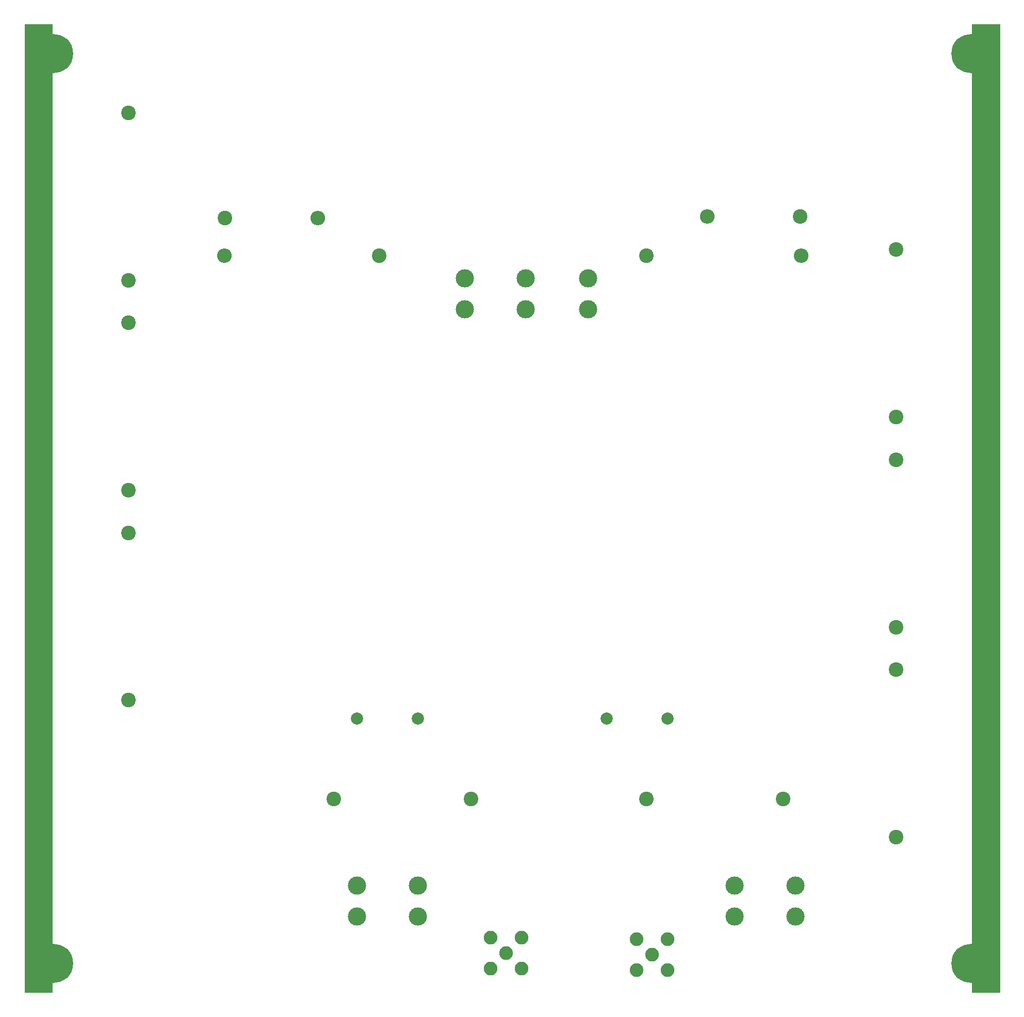
<source format=gbr>
%TF.GenerationSoftware,KiCad,Pcbnew,8.0.6*%
%TF.CreationDate,2024-12-10T22:17:20+01:00*%
%TF.ProjectId,lisn-pcb,6c69736e-2d70-4636-922e-6b696361645f,rev?*%
%TF.SameCoordinates,Original*%
%TF.FileFunction,Soldermask,Bot*%
%TF.FilePolarity,Negative*%
%FSLAX46Y46*%
G04 Gerber Fmt 4.6, Leading zero omitted, Abs format (unit mm)*
G04 Created by KiCad (PCBNEW 8.0.6) date 2024-12-10 22:17:20*
%MOMM*%
%LPD*%
G01*
G04 APERTURE LIST*
%ADD10C,0.100000*%
%ADD11C,2.400000*%
%ADD12O,2.400000X2.400000*%
%ADD13C,3.000000*%
%ADD14C,2.000000*%
%ADD15C,2.250000*%
%ADD16C,0.800000*%
%ADD17C,6.400000*%
G04 APERTURE END LIST*
D10*
X260000000Y-200000000D02*
X255500000Y-200000000D01*
X255500000Y-41000000D01*
X260000000Y-41000000D01*
X260000000Y-200000000D01*
G36*
X260000000Y-200000000D02*
G01*
X255500000Y-200000000D01*
X255500000Y-41000000D01*
X260000000Y-41000000D01*
X260000000Y-200000000D01*
G37*
X104500000Y-200000000D02*
X100000000Y-200000000D01*
X100000000Y-41000000D01*
X104500000Y-41000000D01*
X104500000Y-200000000D01*
G36*
X104500000Y-200000000D02*
G01*
X100000000Y-200000000D01*
X100000000Y-41000000D01*
X104500000Y-41000000D01*
X104500000Y-200000000D01*
G37*
D11*
%TO.C,R44*%
X227240000Y-72500000D03*
D12*
X212000000Y-72500000D03*
%TD*%
D11*
%TO.C,C1*%
X117000000Y-117500000D03*
X117000000Y-90000000D03*
%TD*%
%TO.C,C2*%
X117000000Y-152000000D03*
X117000000Y-124500000D03*
%TD*%
%TO.C,C3*%
X117000000Y-55500000D03*
X117000000Y-83000000D03*
%TD*%
%TO.C,C4*%
X243000000Y-174500000D03*
X243000000Y-147000000D03*
%TD*%
%TO.C,C5*%
X243000000Y-112500000D03*
X243000000Y-140000000D03*
%TD*%
%TO.C,C6*%
X243000000Y-105500000D03*
X243000000Y-78000000D03*
%TD*%
%TO.C,C9*%
X173250000Y-168250000D03*
X150750000Y-168250000D03*
%TD*%
%TO.C,C12*%
X202000000Y-168250000D03*
X224500000Y-168250000D03*
%TD*%
D13*
%TO.C,J3*%
X172250000Y-82710000D03*
X172250000Y-87790000D03*
%TD*%
%TO.C,J4*%
X192500000Y-82710000D03*
X192500000Y-87790000D03*
%TD*%
%TO.C,J5*%
X182250000Y-82710000D03*
X182250000Y-87790000D03*
%TD*%
%TO.C,J6*%
X154500000Y-187540000D03*
X154500000Y-182460000D03*
%TD*%
%TO.C,J7*%
X226500000Y-182460000D03*
X226500000Y-187540000D03*
%TD*%
D11*
%TO.C,R1*%
X158200000Y-79000000D03*
D12*
X132800000Y-79000000D03*
%TD*%
%TO.C,R2*%
X227400000Y-79000000D03*
D11*
X202000000Y-79000000D03*
%TD*%
D14*
%TO.C,GD1*%
X154500000Y-155000000D03*
X164500000Y-155000000D03*
%TD*%
%TO.C,GD2*%
X205500000Y-155000000D03*
X195500000Y-155000000D03*
%TD*%
D15*
%TO.C,J1*%
X200460000Y-191210000D03*
X200460000Y-196290000D03*
X205540000Y-191210000D03*
X205540000Y-196290000D03*
X203000000Y-193750000D03*
%TD*%
%TO.C,J2*%
X176460000Y-190960000D03*
X176460000Y-196040000D03*
X181540000Y-190960000D03*
X181540000Y-196040000D03*
X179000000Y-193500000D03*
%TD*%
D13*
%TO.C,J8*%
X164500000Y-182460000D03*
X164500000Y-187540000D03*
%TD*%
%TO.C,J9*%
X216500000Y-182460000D03*
X216500000Y-187540000D03*
%TD*%
D16*
%TO.C,H1*%
X257750000Y-195250000D03*
X257000000Y-197000000D03*
X257000000Y-193500000D03*
X255250000Y-197750000D03*
D17*
X255250000Y-195250000D03*
D16*
X255250000Y-192750000D03*
X253500000Y-197000000D03*
X253500000Y-193500000D03*
X252750000Y-195250000D03*
%TD*%
%TO.C,H2*%
X107250000Y-45750000D03*
X106500000Y-47500000D03*
X106500000Y-44000000D03*
X104750000Y-48250000D03*
D17*
X104750000Y-45750000D03*
D16*
X104750000Y-43250000D03*
X103000000Y-47500000D03*
X103000000Y-44000000D03*
X102250000Y-45750000D03*
%TD*%
%TO.C,H3*%
X107250000Y-195250000D03*
X106500000Y-197000000D03*
X106500000Y-193500000D03*
X104750000Y-197750000D03*
D17*
X104750000Y-195250000D03*
D16*
X104750000Y-192750000D03*
X103000000Y-197000000D03*
X103000000Y-193500000D03*
X102250000Y-195250000D03*
%TD*%
%TO.C,H4*%
X257750000Y-45750000D03*
X257000000Y-47500000D03*
X257000000Y-44000000D03*
X255250000Y-48250000D03*
D17*
X255250000Y-45750000D03*
D16*
X255250000Y-43250000D03*
X253500000Y-47500000D03*
X253500000Y-44000000D03*
X252750000Y-45750000D03*
%TD*%
D12*
%TO.C,R43*%
X148120000Y-72800000D03*
D11*
X132880000Y-72800000D03*
%TD*%
M02*

</source>
